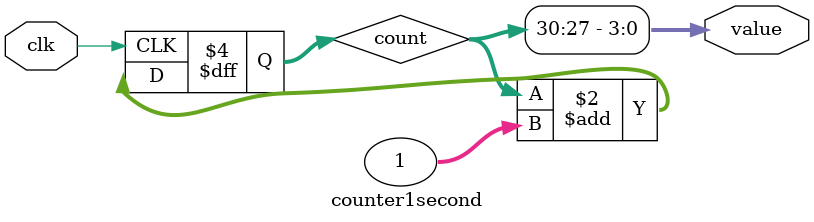
<source format=sv>
`timescale 1ns / 1ps
`default_nettype none

module counter1second(
    input wire clk,
    output wire [3:0] value
    );
    logic [31:0] count = 32'h0000; // Initializes count to 0
    
    always_ff @(posedge clk) begin
        count <= count + 1;
    end
    
    assign value = count[30:27]; //{clk[30], clk[29], clk[28], clk[27]};
    
endmodule

</source>
